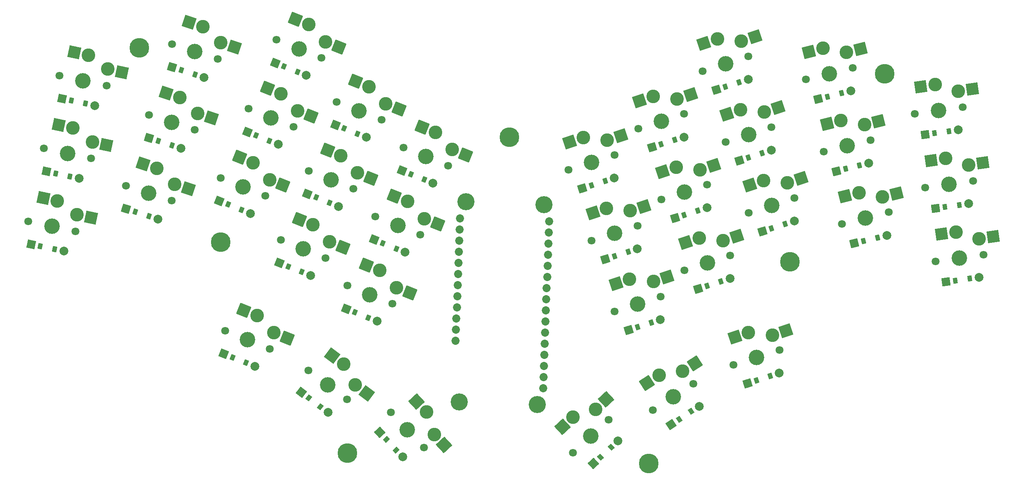
<source format=gbr>
%TF.GenerationSoftware,KiCad,Pcbnew,9.0.0*%
%TF.CreationDate,2025-06-15T19:28:49-07:00*%
%TF.ProjectId,flexible-determinist,666c6578-6962-46c6-952d-64657465726d,v1.0.0*%
%TF.SameCoordinates,Original*%
%TF.FileFunction,Soldermask,Bot*%
%TF.FilePolarity,Negative*%
%FSLAX46Y46*%
G04 Gerber Fmt 4.6, Leading zero omitted, Abs format (unit mm)*
G04 Created by KiCad (PCBNEW 9.0.0) date 2025-06-15 19:28:49*
%MOMM*%
%LPD*%
G01*
G04 APERTURE LIST*
G04 Aperture macros list*
%AMRoundRect*
0 Rectangle with rounded corners*
0 $1 Rounding radius*
0 $2 $3 $4 $5 $6 $7 $8 $9 X,Y pos of 4 corners*
0 Add a 4 corners polygon primitive as box body*
4,1,4,$2,$3,$4,$5,$6,$7,$8,$9,$2,$3,0*
0 Add four circle primitives for the rounded corners*
1,1,$1+$1,$2,$3*
1,1,$1+$1,$4,$5*
1,1,$1+$1,$6,$7*
1,1,$1+$1,$8,$9*
0 Add four rect primitives between the rounded corners*
20,1,$1+$1,$2,$3,$4,$5,0*
20,1,$1+$1,$4,$5,$6,$7,0*
20,1,$1+$1,$6,$7,$8,$9,0*
20,1,$1+$1,$8,$9,$2,$3,0*%
G04 Aperture macros list end*
%ADD10C,1.801800*%
%ADD11C,3.529000*%
%ADD12C,3.100000*%
%ADD13RoundRect,0.050000X-0.834651X-1.638096X1.638096X-0.834651X0.834651X1.638096X-1.638096X0.834651X0*%
%ADD14RoundRect,0.050000X-0.064162X-1.837358X1.837358X-0.064162X0.064162X1.837358X-1.837358X0.064162X0*%
%ADD15RoundRect,0.050000X-1.157292X-0.491241X0.491241X-1.157292X1.157292X0.491241X-0.491241X1.157292X0*%
%ADD16RoundRect,0.050000X-0.641997X-0.387737X0.192469X-0.724883X0.641997X0.387737X-0.192469X0.724883X0*%
%ADD17C,2.005000*%
%ADD18C,0.800000*%
%ADD19C,4.500000*%
%ADD20RoundRect,0.050000X-1.692328X-0.718350X0.718350X-1.692328X1.692328X0.718350X-0.718350X1.692328X0*%
%ADD21RoundRect,0.050000X-0.570773X-1.120205X1.120205X-0.570773X0.570773X1.120205X-1.120205X0.570773X0*%
%ADD22RoundRect,0.050000X-0.242565X-0.709692X0.613386X-0.431576X0.242565X0.709692X-0.613386X0.431576X0*%
%ADD23RoundRect,0.050000X-0.647524X-1.077661X1.077661X-0.647524X0.647524X1.077661X-1.077661X0.647524X0*%
%ADD24RoundRect,0.050000X-0.291480X-0.691042X0.581786X-0.473313X0.291480X0.691042X-0.581786X0.473313X0*%
%ADD25RoundRect,0.050000X-1.106423X-1.468274X1.468274X-1.106423X1.106423X1.468274X-1.468274X1.106423X0*%
%ADD26RoundRect,0.050000X-1.120205X-0.570773X0.570773X-1.120205X1.120205X0.570773X-0.570773X1.120205X0*%
%ADD27RoundRect,0.050000X-0.613386X-0.431576X0.242565X-0.709692X0.613386X0.431576X-0.242565X0.709692X0*%
%ADD28RoundRect,0.050000X-1.820586X-0.255867X0.255867X-1.820586X1.820586X0.255867X-0.255867X1.820586X0*%
%ADD29RoundRect,0.050000X-0.261394X-1.229762X1.229762X-0.261394X0.261394X1.229762X-1.229762X0.261394X0*%
%ADD30RoundRect,0.050000X-0.050618X-0.748290X0.704185X-0.258115X0.050618X0.748290X-0.704185X0.258115X0*%
%ADD31RoundRect,0.050000X-1.256470X0.043877X-0.043877X-1.256470X1.256470X-0.043877X0.043877X1.256470X0*%
%ADD32RoundRect,0.050000X-0.745711X-0.080090X-0.131913X-0.738308X0.745711X0.080090X0.131913X0.738308X0*%
%ADD33RoundRect,0.050000X-1.054407X-0.684740X0.684740X-1.054407X1.054407X0.684740X-0.684740X1.054407X0*%
%ADD34RoundRect,0.050000X-0.564913X-0.493328X0.315419X-0.680449X0.564913X0.493328X-0.315419X0.680449X0*%
%ADD35RoundRect,0.050000X-1.541877X-1.001307X1.001307X-1.541877X1.541877X1.001307X-1.001307X1.541877X0*%
%ADD36RoundRect,0.050000X-0.756623X-1.004073X1.004073X-0.756623X0.756623X1.004073X-1.004073X0.756623X0*%
%ADD37RoundRect,0.050000X-0.362117X-0.656789X0.529124X-0.531533X0.362117X0.656789X-0.529124X0.531533X0*%
%ADD38RoundRect,0.050000X-0.946886X-1.575883X1.575883X-0.946886X0.946886X1.575883X-1.575883X0.946886X0*%
%ADD39C,3.910000*%
%ADD40C,1.852600*%
%ADD41RoundRect,0.050000X-1.837358X0.064162X-0.064162X-1.837358X1.837358X-0.064162X0.064162X1.837358X0*%
%ADD42RoundRect,0.050000X-1.638096X-0.834651X0.834651X-1.638096X1.638096X0.834651X-0.834651X1.638096X0*%
%ADD43RoundRect,0.050000X-1.245001X-0.174973X0.174973X-1.245001X1.245001X0.174973X-0.174973X1.245001X0*%
%ADD44RoundRect,0.050000X-0.720475X-0.208365X-0.001703X-0.749998X0.720475X0.208365X0.001703X0.749998X0*%
%ADD45RoundRect,0.050000X-0.382241X-1.798302X1.798302X-0.382241X0.382241X1.798302X-1.798302X0.382241X0*%
%ADD46RoundRect,0.050000X-0.043877X-1.256470X1.256470X-0.043877X0.043877X1.256470X-1.256470X0.043877X0*%
%ADD47RoundRect,0.050000X0.080090X-0.745711X0.738308X-0.131913X-0.080090X0.745711X-0.738308X0.131913X0*%
G04 APERTURE END LIST*
D10*
%TO.C,S25*%
X218823224Y-122029143D03*
D11*
X224054036Y-120329556D03*
D12*
X222215389Y-114670765D03*
X227650504Y-115218005D03*
D10*
X229284848Y-118629969D03*
D13*
X219100675Y-115682801D03*
X230765215Y-114205978D03*
%TD*%
D10*
%TO.C,S36*%
X178829601Y-176801530D03*
D12*
X178794163Y-168698984D03*
D11*
X182852053Y-173050538D03*
D12*
X183951327Y-166897971D03*
D10*
X186874505Y-169299546D03*
D14*
X176398981Y-170932525D03*
X186346510Y-164664428D03*
%TD*%
D10*
%TO.C,S27*%
X208316652Y-89693218D03*
D11*
X213547464Y-87993631D03*
D12*
X211708817Y-82334840D03*
X217143932Y-82882080D03*
D10*
X218778276Y-86294044D03*
D13*
X208594103Y-83346876D03*
X220258643Y-81870053D03*
%TD*%
D15*
%TO.C,D9*%
X110951719Y-87808347D03*
D16*
X112954434Y-88617498D03*
X116014144Y-89853698D03*
D17*
X118016859Y-90662849D03*
%TD*%
D10*
%TO.C,S29*%
X198923059Y-119031932D03*
D11*
X204153871Y-117332345D03*
D12*
X202315224Y-111673554D03*
X207750339Y-112220794D03*
D10*
X209384683Y-115632758D03*
D13*
X199200510Y-112685590D03*
X210865050Y-111208767D03*
%TD*%
D18*
%TO.C,_6*%
X248220254Y-90541990D03*
X248536449Y-89319362D03*
X248861205Y-91630104D03*
X250083833Y-91946299D03*
D19*
X249854198Y-90312355D03*
D18*
X249624563Y-88678411D03*
X250847191Y-88994606D03*
X251171947Y-91305348D03*
X251488142Y-90082720D03*
%TD*%
D10*
%TO.C,S8*%
X104889498Y-98301470D03*
D12*
X112217916Y-94845061D03*
D11*
X109989011Y-100361806D03*
D12*
X116029704Y-98757898D03*
D10*
X115088524Y-102422142D03*
D20*
X109181394Y-93618226D03*
X119066232Y-99984736D03*
%TD*%
D21*
%TO.C,D25*%
X221975605Y-126262195D03*
D22*
X224029888Y-125594715D03*
X227168372Y-124574965D03*
D17*
X229222655Y-123907485D03*
%TD*%
D23*
%TO.C,D24*%
X234682772Y-96036629D03*
D24*
X236778609Y-95514073D03*
X239980579Y-94715737D03*
D17*
X242076416Y-94193181D03*
%TD*%
D21*
%TO.C,D26*%
X216722315Y-110094229D03*
D22*
X218776598Y-109426749D03*
X221915082Y-108406999D03*
D17*
X223969365Y-107739519D03*
%TD*%
D10*
%TO.C,S16*%
X99514344Y-148977960D03*
D12*
X106842762Y-145521551D03*
D11*
X104613857Y-151038296D03*
D12*
X110654550Y-149434388D03*
D10*
X109713370Y-153098632D03*
D20*
X103806240Y-144294716D03*
X113691078Y-150661226D03*
%TD*%
D10*
%TO.C,S21*%
X256692410Y-99449577D03*
D12*
X261310805Y-92792030D03*
D11*
X262138885Y-98684125D03*
D12*
X266568326Y-94274748D03*
D10*
X267585360Y-97918673D03*
D25*
X258067677Y-93247822D03*
X269811454Y-93818962D03*
%TD*%
D21*
%TO.C,D34*%
X218549355Y-161022238D03*
D22*
X220603638Y-160354758D03*
X223742122Y-159335008D03*
D17*
X225796405Y-158667528D03*
%TD*%
D26*
%TO.C,D6*%
X87465399Y-88794048D03*
D27*
X89519677Y-89461524D03*
X92658165Y-90481280D03*
D17*
X94712443Y-91148756D03*
%TD*%
D15*
%TO.C,D16*%
X99208258Y-154246971D03*
D16*
X101210973Y-155056122D03*
X104270683Y-156292322D03*
D17*
X106273398Y-157101473D03*
%TD*%
D18*
%TO.C,_2*%
X78363331Y-84037057D03*
X78593469Y-85278765D03*
X79078622Y-82996304D03*
X80320330Y-82766166D03*
D19*
X79977276Y-84380111D03*
D18*
X79634222Y-85994056D03*
X80875930Y-85763918D03*
X81361083Y-83481457D03*
X81591221Y-84723165D03*
%TD*%
D10*
%TO.C,S30*%
X193669765Y-102863976D03*
D11*
X198900577Y-101164389D03*
D12*
X197061930Y-95505598D03*
X202497045Y-96052838D03*
D10*
X204131389Y-99464802D03*
D13*
X193947216Y-96517634D03*
X205611756Y-95040811D03*
%TD*%
D10*
%TO.C,S17*%
X118544640Y-158033706D03*
D11*
X122937132Y-161343687D03*
D12*
X126517933Y-156591806D03*
X129187116Y-161357879D03*
D10*
X127329624Y-164653668D03*
D28*
X123902403Y-154620859D03*
X131802647Y-163328823D03*
%TD*%
D10*
%TO.C,S7*%
X98521175Y-114063592D03*
D12*
X105849593Y-110607183D03*
D11*
X103620688Y-116123928D03*
D12*
X109661381Y-114520020D03*
D10*
X108720201Y-118184264D03*
D20*
X102813071Y-109380348D03*
X112697909Y-115746858D03*
%TD*%
D29*
%TO.C,D35*%
X201158154Y-170360147D03*
D30*
X202969683Y-169183729D03*
X205737297Y-167386421D03*
D17*
X207548826Y-166210003D03*
%TD*%
D31*
%TO.C,D18*%
X134789510Y-172214123D03*
D32*
X136262627Y-173793848D03*
X138513221Y-176207314D03*
D17*
X139986338Y-177787039D03*
%TD*%
D33*
%TO.C,D2*%
X58837741Y-112601668D03*
D34*
X60950541Y-113050758D03*
X64178431Y-113736866D03*
D17*
X66291231Y-114185956D03*
%TD*%
D21*
%TO.C,D29*%
X202075426Y-123264989D03*
D22*
X204129709Y-122597509D03*
X207268193Y-121577759D03*
D17*
X209322476Y-120910279D03*
%TD*%
D21*
%TO.C,D31*%
X191445775Y-148799494D03*
D22*
X193500058Y-148132014D03*
X196638542Y-147112264D03*
D17*
X198692825Y-146444784D03*
%TD*%
D10*
%TO.C,S31*%
X188293398Y-144566434D03*
D11*
X193524210Y-142866847D03*
D12*
X191685563Y-137208056D03*
X197120678Y-137755296D03*
D10*
X198755022Y-141167260D03*
D13*
X188570849Y-138220092D03*
X200235389Y-136743269D03*
%TD*%
D10*
%TO.C,S34*%
X215396978Y-156789191D03*
D11*
X220627790Y-155089604D03*
D12*
X218789143Y-149430813D03*
X224224258Y-149978053D03*
D10*
X225858602Y-153390017D03*
D13*
X215674429Y-150442849D03*
X227338969Y-148966026D03*
%TD*%
D10*
%TO.C,S2*%
X58224228Y-107359562D03*
D12*
X64841115Y-102683098D03*
D11*
X63604040Y-108503076D03*
D12*
X69274442Y-105874579D03*
D10*
X68983852Y-109646590D03*
D35*
X61637680Y-102002185D03*
X72477880Y-106555492D03*
%TD*%
D18*
%TO.C,_4*%
X126290186Y-175709731D03*
X127473067Y-175267469D03*
X125766488Y-176858880D03*
X128622216Y-175791167D03*
D19*
X127415483Y-176916464D03*
D18*
X126208750Y-178041761D03*
X129064478Y-176974048D03*
X127357899Y-178565459D03*
X128540780Y-178123197D03*
%TD*%
D10*
%TO.C,S28*%
X204176349Y-135199897D03*
D11*
X209407161Y-133500310D03*
D12*
X207568514Y-127841519D03*
X213003629Y-128388759D03*
D10*
X214637973Y-131800723D03*
D13*
X204453800Y-128853555D03*
X216118340Y-127376732D03*
%TD*%
D21*
%TO.C,D27*%
X211469030Y-93926274D03*
D22*
X213523313Y-93258794D03*
X216661797Y-92239044D03*
D17*
X218716080Y-91571564D03*
%TD*%
D10*
%TO.C,S11*%
X118581958Y-112461862D03*
D12*
X125910376Y-109005453D03*
D11*
X123681471Y-114522198D03*
D12*
X129722164Y-112918290D03*
D10*
X128780984Y-116582534D03*
D20*
X122873854Y-107778618D03*
X132758692Y-114145128D03*
%TD*%
D36*
%TO.C,D21*%
X259061821Y-104165720D03*
D37*
X261200801Y-103865105D03*
X264468689Y-103405835D03*
D17*
X266607669Y-103105220D03*
%TD*%
D15*
%TO.C,D12*%
X124644175Y-101968739D03*
D16*
X126646890Y-102777890D03*
X129706600Y-104014090D03*
D17*
X131709315Y-104823241D03*
%TD*%
D36*
%TO.C,D19*%
X263793709Y-137834828D03*
D37*
X265932689Y-137534213D03*
X269200577Y-137074943D03*
D17*
X271339557Y-136774328D03*
%TD*%
D18*
%TO.C,_5*%
X162658148Y-104716843D03*
X163181846Y-103567694D03*
X163100410Y-105899724D03*
X164364727Y-103125432D03*
D19*
X164307143Y-104774427D03*
D18*
X164249559Y-106423422D03*
X165513876Y-103649130D03*
X165432440Y-105981160D03*
X165956138Y-104832011D03*
%TD*%
D26*
%TO.C,D4*%
X76958824Y-121129964D03*
D27*
X79013102Y-121797440D03*
X82151590Y-122817196D03*
D17*
X84205868Y-123484672D03*
%TD*%
D18*
%TO.C,_8*%
X194869815Y-180439456D03*
X194427553Y-179256575D03*
X196018964Y-180963154D03*
X194951251Y-178107426D03*
D19*
X196076548Y-179314159D03*
D18*
X197201845Y-180520892D03*
X196134132Y-177665164D03*
X197725543Y-179371743D03*
X197283281Y-178188862D03*
%TD*%
D10*
%TO.C,S24*%
X231833367Y-91593992D03*
D11*
X237169993Y-90263426D03*
D12*
X235730564Y-84490167D03*
X241114264Y-85415204D03*
D10*
X242506619Y-88932860D03*
D38*
X232552840Y-85282460D03*
X244291982Y-84622914D03*
%TD*%
D10*
%TO.C,S1*%
X54689729Y-123988067D03*
D12*
X61306616Y-119311603D03*
D11*
X60069541Y-125131581D03*
D12*
X65739943Y-122503084D03*
D10*
X65449353Y-126275095D03*
D35*
X58103181Y-118630690D03*
X68943381Y-123183997D03*
%TD*%
D18*
%TO.C,_7*%
X226687433Y-133773800D03*
X226786514Y-132514841D03*
X227507591Y-134734086D03*
X228766550Y-134833167D03*
D19*
X228256675Y-133263925D03*
D18*
X227746800Y-131694683D03*
X229005759Y-131793764D03*
X229726836Y-134013009D03*
X229825917Y-132754050D03*
%TD*%
D10*
%TO.C,S33*%
X177786822Y-112230509D03*
D11*
X183017634Y-110530922D03*
D12*
X181178987Y-104872131D03*
X186614102Y-105419371D03*
D10*
X188248446Y-108831335D03*
D13*
X178064273Y-105884167D03*
X189728813Y-104407344D03*
%TD*%
D10*
%TO.C,S3*%
X61758725Y-90731048D03*
D12*
X68375612Y-86054584D03*
D11*
X67138537Y-91874562D03*
D12*
X72808939Y-89246065D03*
D10*
X72518349Y-93018076D03*
D35*
X65172177Y-85373671D03*
X76012377Y-89926978D03*
%TD*%
D39*
%TO.C,_1*%
X152847892Y-165231875D03*
X170617061Y-165852388D03*
X154443497Y-119539726D03*
X172212666Y-120160239D03*
D40*
X152066212Y-151226063D03*
X152154857Y-148687610D03*
X152243501Y-146149157D03*
X152332142Y-143610705D03*
X152420787Y-141072251D03*
X152509435Y-138533799D03*
X152598081Y-135995346D03*
X152686725Y-133456894D03*
X152775369Y-130918440D03*
X152864013Y-128379988D03*
X152952667Y-125841536D03*
X153041304Y-123303083D03*
X172019254Y-162089031D03*
X172107891Y-159550578D03*
X172196545Y-157012126D03*
X172285189Y-154473674D03*
X172373833Y-151935220D03*
X172462477Y-149396768D03*
X172551123Y-146858315D03*
X172639771Y-144319863D03*
X172728416Y-141781409D03*
X172817057Y-139242957D03*
X172905701Y-136704504D03*
X172994346Y-134166051D03*
X173082991Y-131627599D03*
X173171637Y-129089146D03*
X173260272Y-126550693D03*
X173348925Y-124012241D03*
%TD*%
D15*
%TO.C,D11*%
X118275865Y-117730867D03*
D16*
X120278580Y-118540018D03*
X123338290Y-119776218D03*
D17*
X125341005Y-120585369D03*
%TD*%
D21*
%TO.C,D33*%
X180939204Y-116463566D03*
D22*
X182993487Y-115796086D03*
X186131971Y-114776336D03*
D17*
X188186254Y-114108856D03*
%TD*%
D21*
%TO.C,D30*%
X196822143Y-107097028D03*
D22*
X198876426Y-106429548D03*
X202014910Y-105409798D03*
D17*
X204069193Y-104742318D03*
%TD*%
D36*
%TO.C,D20*%
X261427770Y-121000268D03*
D37*
X263566750Y-120699653D03*
X266834638Y-120240383D03*
D17*
X268973618Y-119939768D03*
%TD*%
D10*
%TO.C,S32*%
X183040112Y-128398479D03*
D11*
X188270924Y-126698892D03*
D12*
X186432277Y-121040101D03*
X191867392Y-121587341D03*
D10*
X193501736Y-124999305D03*
D13*
X183317563Y-122052137D03*
X194982103Y-120575314D03*
%TD*%
D10*
%TO.C,S15*%
X140141147Y-107151394D03*
D12*
X147469565Y-103694985D03*
D11*
X145240660Y-109211730D03*
D12*
X151281353Y-107607822D03*
D10*
X150340173Y-111272066D03*
D20*
X144433043Y-102468150D03*
X154317881Y-108834660D03*
%TD*%
D15*
%TO.C,D15*%
X139835061Y-112420386D03*
D16*
X141837776Y-113229537D03*
X144897486Y-114465737D03*
D17*
X146900201Y-115274888D03*
%TD*%
D15*
%TO.C,D14*%
X133466748Y-128182515D03*
D16*
X135469463Y-128991666D03*
X138529173Y-130227866D03*
D17*
X140531888Y-131037017D03*
%TD*%
D26*
%TO.C,D5*%
X82212107Y-104962010D03*
D27*
X84266385Y-105629486D03*
X87404873Y-106649242D03*
D17*
X89459151Y-107316718D03*
%TD*%
D10*
%TO.C,S10*%
X112213640Y-128223980D03*
D12*
X119542058Y-124767571D03*
D11*
X117313153Y-130284316D03*
D12*
X123353846Y-128680408D03*
D10*
X122412666Y-132344652D03*
D20*
X116505536Y-123540736D03*
X126390374Y-129907246D03*
%TD*%
D10*
%TO.C,S9*%
X111257805Y-82539340D03*
D12*
X118586223Y-79082931D03*
D11*
X116357318Y-84599676D03*
D12*
X122398011Y-82995768D03*
D10*
X121456831Y-86660012D03*
D20*
X115549701Y-77856096D03*
X125434539Y-84222606D03*
%TD*%
D10*
%TO.C,S18*%
X137293693Y-167568138D03*
D12*
X145396239Y-167532700D03*
D11*
X141044685Y-171590590D03*
D12*
X147197252Y-172689864D03*
D10*
X144795677Y-175613042D03*
D41*
X143162698Y-165137518D03*
X149430795Y-175085047D03*
%TD*%
D10*
%TO.C,S19*%
X261424292Y-133118691D03*
D12*
X266042687Y-126461144D03*
D11*
X266870767Y-132353239D03*
D12*
X271300208Y-127943862D03*
D10*
X272317242Y-131587787D03*
D25*
X262799559Y-126916936D03*
X274543336Y-127488076D03*
%TD*%
D10*
%TO.C,S5*%
X82149908Y-99684490D03*
D12*
X89219366Y-95725291D03*
D11*
X87380720Y-101384077D03*
D12*
X93294817Y-99362696D03*
D10*
X92611532Y-103083664D03*
D42*
X86104661Y-94713257D03*
X96409527Y-100374731D03*
%TD*%
D15*
%TO.C,D8*%
X104583402Y-103570467D03*
D16*
X106586117Y-104379618D03*
X109645827Y-105615818D03*
D17*
X111648542Y-106424969D03*
%TD*%
D10*
%TO.C,S12*%
X124950262Y-96699724D03*
D12*
X132278680Y-93243315D03*
D11*
X130049775Y-98760060D03*
D12*
X136090468Y-97156152D03*
D10*
X135149288Y-100820396D03*
D20*
X129242158Y-92016480D03*
X139126996Y-98382990D03*
%TD*%
D23*
%TO.C,D22*%
X242908114Y-129026686D03*
D24*
X245003951Y-128504130D03*
X248205921Y-127705794D03*
D17*
X250301758Y-127183238D03*
%TD*%
D10*
%TO.C,S13*%
X127404520Y-138675631D03*
D12*
X134732938Y-135219222D03*
D11*
X132504033Y-140735967D03*
D12*
X138544726Y-139132059D03*
D10*
X137603546Y-142796303D03*
D20*
X131696416Y-133992387D03*
X141581254Y-140358897D03*
%TD*%
D33*
%TO.C,D3*%
X62372228Y-95973156D03*
D34*
X64485028Y-96422246D03*
X67712918Y-97108354D03*
D17*
X69825718Y-97557444D03*
%TD*%
D43*
%TO.C,D17*%
X116885245Y-163043947D03*
D44*
X118610297Y-164343874D03*
X121245795Y-166329864D03*
D17*
X122970847Y-167629791D03*
%TD*%
D21*
%TO.C,D28*%
X207328714Y-139432949D03*
D22*
X209382997Y-138765469D03*
X212521481Y-137745719D03*
D17*
X214575764Y-137078239D03*
%TD*%
D10*
%TO.C,S14*%
X133772833Y-122913515D03*
D12*
X141101251Y-119457106D03*
D11*
X138872346Y-124973851D03*
D12*
X144913039Y-123369943D03*
D10*
X143971859Y-127034187D03*
D20*
X138064729Y-118230271D03*
X147949567Y-124596781D03*
%TD*%
D15*
%TO.C,D10*%
X111907552Y-133492992D03*
D16*
X113910267Y-134302143D03*
X116969977Y-135538343D03*
D17*
X118972692Y-136347494D03*
%TD*%
D21*
%TO.C,D32*%
X186192476Y-132631525D03*
D22*
X188246759Y-131964045D03*
X191385243Y-130944295D03*
D17*
X193439526Y-130276815D03*
%TD*%
D15*
%TO.C,D13*%
X127098432Y-143944644D03*
D16*
X129101147Y-144753795D03*
X132160857Y-145989995D03*
D17*
X134163572Y-146799146D03*
%TD*%
D23*
%TO.C,D23*%
X238795451Y-112531656D03*
D24*
X240891288Y-112009100D03*
X244093258Y-111210764D03*
D17*
X246189095Y-110688208D03*
%TD*%
D18*
%TO.C,_3*%
X96996191Y-128115524D03*
X97881340Y-127214791D03*
X97007213Y-129378330D03*
X99144146Y-127203769D03*
D19*
X98526046Y-128733624D03*
D18*
X97907946Y-130263479D03*
X100044879Y-128088918D03*
X99170752Y-130252457D03*
X100055901Y-129351724D03*
%TD*%
D10*
%TO.C,S35*%
X197017593Y-167087228D03*
D12*
X198389683Y-159101629D03*
D11*
X201630287Y-164091718D03*
D12*
X203781244Y-158223509D03*
D10*
X206242981Y-161096208D03*
D45*
X195643038Y-160885322D03*
X206527890Y-156439816D03*
%TD*%
D10*
%TO.C,S23*%
X235946035Y-108089019D03*
D11*
X241282661Y-106758453D03*
D12*
X239843232Y-100985194D03*
X245226932Y-101910231D03*
D10*
X246619287Y-105427887D03*
D38*
X236665508Y-101777487D03*
X248404650Y-101117941D03*
%TD*%
D15*
%TO.C,D7*%
X98215100Y-119332598D03*
D16*
X100217815Y-120141749D03*
X103277525Y-121377949D03*
D17*
X105280240Y-122187100D03*
%TD*%
D10*
%TO.C,S26*%
X213569941Y-105861182D03*
D11*
X218800753Y-104161595D03*
D12*
X216962106Y-98502804D03*
X222397221Y-99050044D03*
D10*
X224031565Y-102462008D03*
D13*
X213847392Y-99514840D03*
X225511932Y-98038017D03*
%TD*%
D33*
%TO.C,D1*%
X55303229Y-129230173D03*
D34*
X57416029Y-129679263D03*
X60643919Y-130365371D03*
D17*
X62756719Y-130814461D03*
%TD*%
D10*
%TO.C,S4*%
X76896617Y-115852457D03*
D12*
X83966075Y-111893258D03*
D11*
X82127429Y-117552044D03*
D12*
X88041526Y-115530663D03*
D10*
X87358241Y-119251631D03*
D42*
X80851370Y-110881224D03*
X91156236Y-116542698D03*
%TD*%
D10*
%TO.C,S20*%
X259058350Y-116284135D03*
D12*
X263676745Y-109626588D03*
D11*
X264504825Y-115518683D03*
D12*
X268934266Y-111109306D03*
D10*
X269951300Y-114753231D03*
D25*
X260433617Y-110082380D03*
X272177394Y-110653520D03*
%TD*%
D10*
%TO.C,S6*%
X87403200Y-83516533D03*
D12*
X94472658Y-79557334D03*
D11*
X92634012Y-85216120D03*
D12*
X98548109Y-83194739D03*
D10*
X97864824Y-86915707D03*
D42*
X91357953Y-78545300D03*
X101662819Y-84206774D03*
%TD*%
D46*
%TO.C,D36*%
X183475594Y-179305711D03*
D47*
X185055319Y-177832594D03*
X187468785Y-175582000D03*
D17*
X189048510Y-174108883D03*
%TD*%
D10*
%TO.C,S22*%
X240058706Y-124584047D03*
D11*
X245395332Y-123253481D03*
D12*
X243955903Y-117480222D03*
X249339603Y-118405259D03*
D10*
X250731958Y-121922915D03*
D38*
X240778179Y-118272515D03*
X252517321Y-117612969D03*
%TD*%
M02*

</source>
